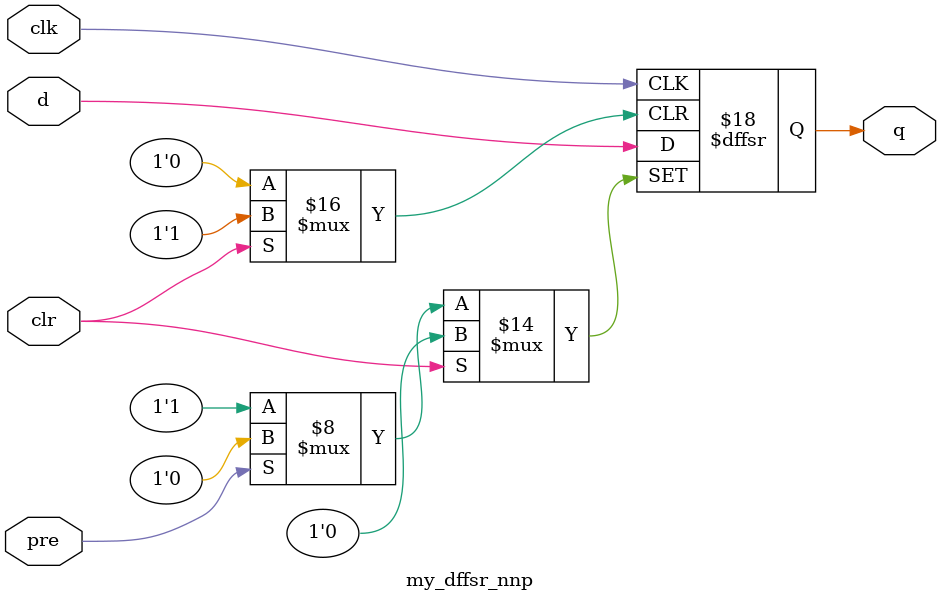
<source format=v>
module my_dffsr_nnp (
    input d,
    clk,
    pre,
    clr,
    output reg q
);
  initial q <= 1'b0;
  always @(negedge clk or negedge pre or posedge clr)
    if (!pre) q <= 1'b1;
    else if (clr) q <= 1'b0;
    else q <= d;
endmodule
</source>
